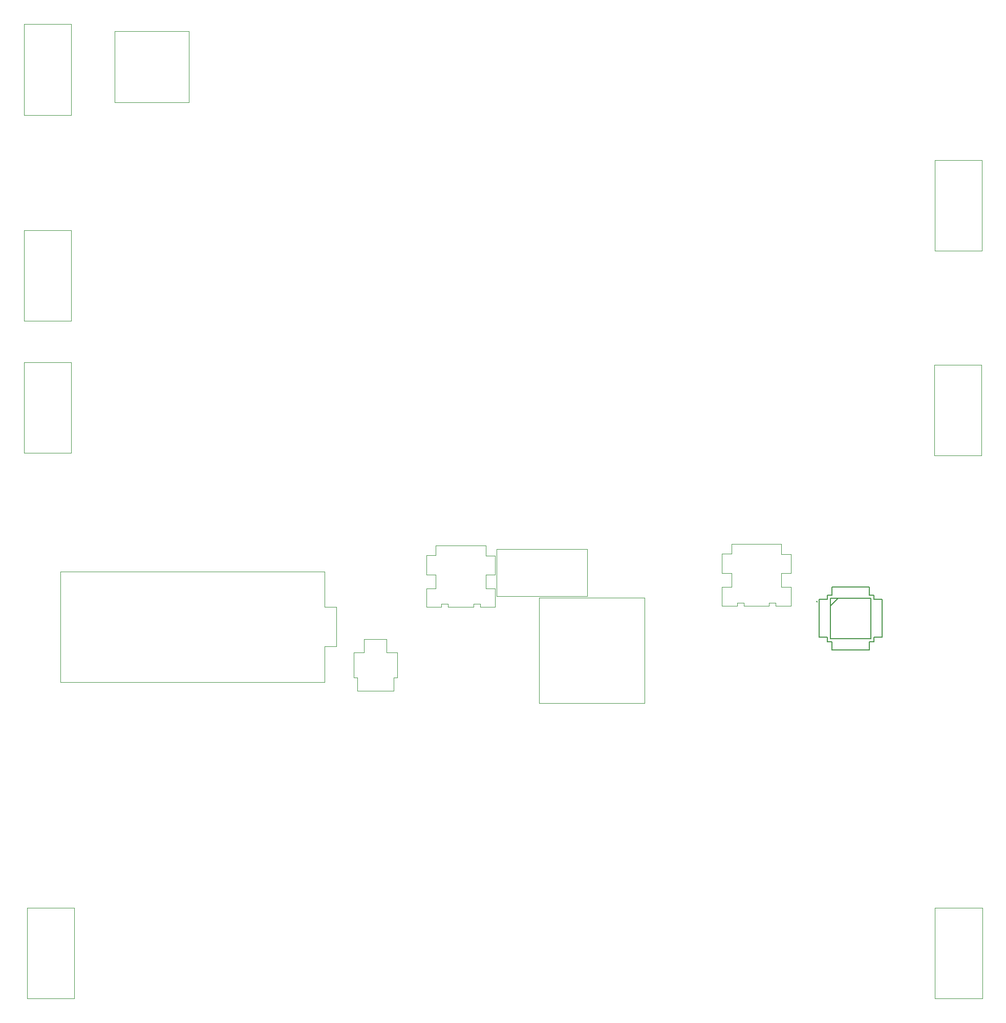
<source format=gbr>
%TF.GenerationSoftware,Altium Limited,Altium NEXUS,2.1.5 (53)*%
G04 Layer_Color=0*
%FSLAX44Y44*%
%MOMM*%
%TF.FileFunction,Other,Mechanical_16*%
%TF.Part,Single*%
G01*
G75*
%TA.AperFunction,NonConductor*%
%ADD76C,0.1524*%
%ADD145C,0.0500*%
D76*
X1316609Y812360D02*
G03*
X1316609Y812360I-762J0D01*
G01*
X1332992Y746252D02*
Y753623D01*
X1319586D02*
X1332992D01*
X1319586D02*
Y816097D01*
X1332992D01*
Y823468D01*
X1410208Y746252D02*
Y753623D01*
X1423614D01*
Y816097D01*
X1410208D02*
X1423614D01*
X1410208D02*
Y823468D01*
X1332992D02*
X1340363D01*
Y836874D01*
X1402837D01*
Y823468D02*
Y836874D01*
Y823468D02*
X1410208D01*
X1332992Y746252D02*
X1340363D01*
Y732846D02*
Y746252D01*
Y732846D02*
X1402837D01*
Y746252D01*
X1410208D01*
X1338016Y805744D02*
X1350716Y818444D01*
X1338016Y751276D02*
Y818444D01*
Y751276D02*
X1405184D01*
Y818444D01*
X1338016D02*
X1405184D01*
D145*
X64810Y679490D02*
Y862290D01*
X501610D01*
X64810Y679490D02*
X501610D01*
Y738690D01*
X520660D01*
Y803390D01*
X501610D02*
X520660D01*
X501610D02*
Y862290D01*
X936314Y821052D02*
Y899052D01*
X786314D02*
X936314D01*
X786314Y821052D02*
Y899052D01*
Y821052D02*
X936314D01*
X856510Y818620D02*
X1030710D01*
Y644420D02*
Y818620D01*
X856510Y644420D02*
X1030710D01*
X856510D02*
Y818620D01*
X767892Y834434D02*
X783892D01*
Y803434D02*
Y834434D01*
X758892Y803434D02*
X783892D01*
X758892D02*
Y808434D01*
X747792D02*
X758892D01*
X747792Y803434D02*
Y808434D01*
X705792Y803434D02*
X747792D01*
X705792D02*
Y808434D01*
X694692D02*
X705792D01*
X694692Y803434D02*
Y808434D01*
X669692Y803434D02*
X694692D01*
X669692D02*
Y834434D01*
X685692D01*
Y856934D01*
X669692D02*
X685692D01*
X669692D02*
Y889434D01*
X685692D01*
Y905434D01*
X767892D01*
Y888234D02*
Y905434D01*
Y888234D02*
X783892D01*
Y856934D02*
Y888234D01*
X767892Y856934D02*
X783892D01*
X767892Y834434D02*
Y856934D01*
X1511170Y155860D02*
Y305860D01*
X1589170D01*
Y155860D02*
Y305860D01*
X1511170Y155860D02*
X1589170D01*
X87760Y156140D02*
Y306140D01*
X9760Y156140D02*
X87760D01*
X9760D02*
Y306140D01*
X87760D01*
X82680Y1276560D02*
Y1426560D01*
X4680Y1276560D02*
X82680D01*
X4680D02*
Y1426560D01*
X82680D01*
X1510500Y1392840D02*
Y1542840D01*
X1588500D01*
Y1392840D02*
Y1542840D01*
X1510500Y1392840D02*
X1588500D01*
X1509900Y1054030D02*
Y1204030D01*
X1587900D01*
Y1054030D02*
Y1204030D01*
X1509900Y1054030D02*
X1587900D01*
X82680Y1617630D02*
Y1767630D01*
X4680Y1617630D02*
X82680D01*
X4680D02*
Y1767630D01*
X82680D01*
Y1058120D02*
Y1208120D01*
X4680Y1058120D02*
X82680D01*
X4680D02*
Y1208120D01*
X82680D01*
X154650Y1756510D02*
X277150D01*
X154650Y1638110D02*
X277150D01*
Y1756510D01*
X154650Y1638110D02*
Y1756510D01*
X549470Y686390D02*
X555470D01*
Y664790D02*
Y686390D01*
Y664790D02*
X615470D01*
Y686390D01*
X621470D01*
Y728390D01*
X603970D02*
X621470D01*
X603970D02*
Y749990D01*
X566970D02*
X603970D01*
X566970Y728390D02*
Y749990D01*
X549470Y728390D02*
X566970D01*
X549470Y686390D02*
Y728390D01*
X1256900Y836720D02*
X1272900D01*
Y805720D02*
Y836720D01*
X1247900Y805720D02*
X1272900D01*
X1247900D02*
Y810720D01*
X1236800D02*
X1247900D01*
X1236800Y805720D02*
Y810720D01*
X1194800Y805720D02*
X1236800D01*
X1194800D02*
Y810720D01*
X1183700D02*
X1194800D01*
X1183700Y805720D02*
Y810720D01*
X1158700Y805720D02*
X1183700D01*
X1158700D02*
Y836720D01*
X1174700D01*
Y859220D01*
X1158700D02*
X1174700D01*
X1158700D02*
Y891720D01*
X1174700D01*
Y907720D01*
X1256900D01*
Y890520D02*
Y907720D01*
Y890520D02*
X1272900D01*
Y859220D02*
Y890520D01*
X1256900Y859220D02*
X1272900D01*
X1256900Y836720D02*
Y859220D01*
%TF.MD5,bd9fdd972e684ce6e96df910e3936b71*%
M02*

</source>
